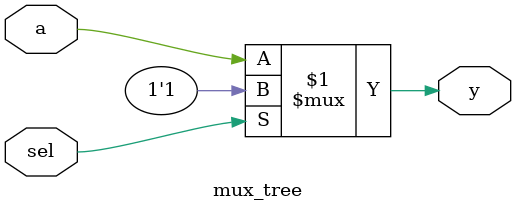
<source format=v>
module mux_tree(
    input wire sel,
    input wire a,
    output wire y
);
    // Directly implement the multiplexer logic using a conditional operator
    assign y = sel ? 1'b1 : a;
endmodule
</source>
